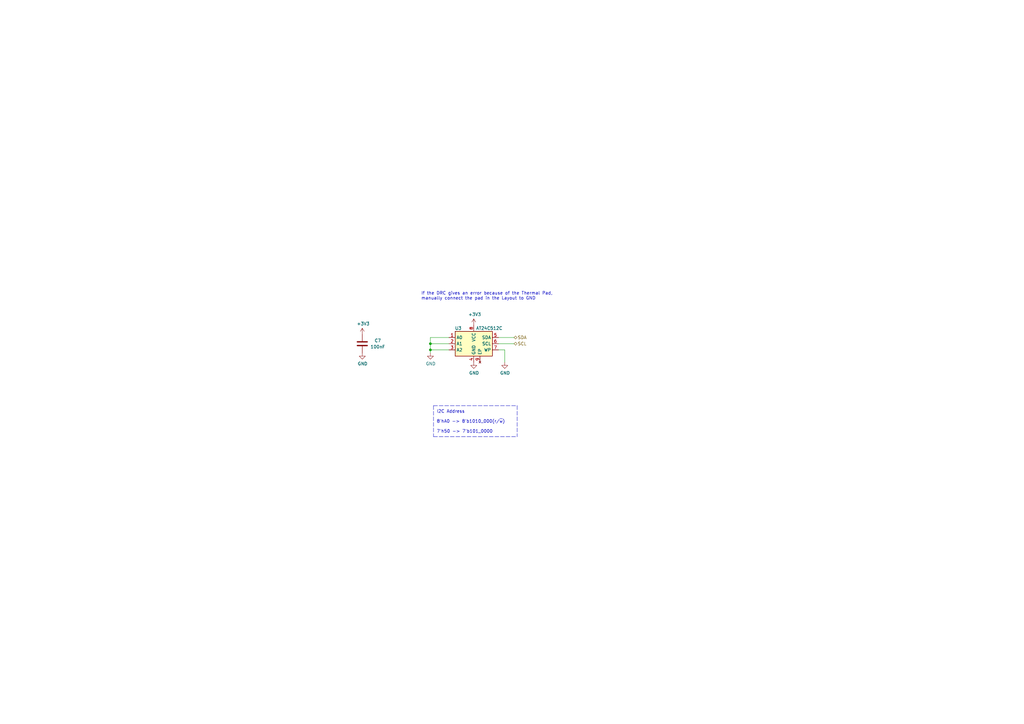
<source format=kicad_sch>
(kicad_sch (version 20211123) (generator eeschema)
  (paper "A3")
  (title_block (title "RTM_Template") (date "2022-09-07") (rev "1.0") (company "Karlsruhe Institute of Technology (KIT)") (comment 1 "Institute for Data Processing and Electronics (IPE)") (comment 2 "Carsten Schmerbeck") (comment 3 "Luis Ardila") (comment 4 "Licensed under CERN-OHL-P v2"))
  (lib_symbols
    (symbol "Device:C" (pin_numbers hide) (pin_names (offset 0.254))
      (property "Reference" "C" (at 0.635 2.54 0))
      (property "Value" "C" (at 0.635 -2.54 0))
      (symbol "C_0_1"
        (polyline (pts (xy -2.032 -0.762) (xy 2.032 -0.762)) (stroke (width 0.508)))
        (polyline (pts (xy -2.032 0.762) (xy 2.032 0.762)) (stroke (width 0.508)))
      )
      (symbol "C_1_1"
        (pin passive line (at 0 3.81 270) (length 2.794) (name "~") (number "1"))
        (pin passive line (at 0 -3.81 90) (length 2.794) (name "~") (number "2"))
      )
    )
    (symbol "KIT_Memory:AT24CS64-MAHM"
      (property "Reference" "U24" (at -6.35 6.35 0))
      (property "Value" "AT24CS64-MAHM" (at 6.35 6.35 0))
      (symbol "AT24CS64-MAHM_1_1"
        (rectangle (start -7.62 5.08) (end 7.62 -5.08) (stroke (width 0.254)) (fill (type background)))
        (pin input line (at -10.16 2.54 0) (length 2.54) (name "A0") (number "1"))
        (pin input line (at -10.16 0 0) (length 2.54) (name "A1") (number "2"))
        (pin input line (at -10.16 -2.54 0) (length 2.54) (name "A2") (number "3"))
        (pin power_in line (at 0 -7.62 90) (length 2.54) (name "GND") (number "4"))
        (pin bidirectional line (at 10.16 2.54 180) (length 2.54) (name "SDA") (number "5"))
        (pin input line (at 10.16 0 180) (length 2.54) (name "SCL") (number "6"))
        (pin input line (at 10.16 -2.54 180) (length 2.54) (name "WP") (number "7"))
        (pin power_in line (at 0 7.62 270) (length 2.54) (name "VCC") (number "8"))
        (pin no_connect line (at 2.54 -7.62 90) (length 2.54) (name "EP") (number "9"))
      )
    )
    (symbol "power:+3V3" (power) (pin_names (offset 0))
      (property "Value" "+3V3" (at 0 3.556 0))
      (symbol "+3V3_0_1"
        (polyline (pts (xy -0.762 1.27) (xy 0 2.54)))
        (polyline (pts (xy 0 0) (xy 0 2.54)))
        (polyline (pts (xy 0 2.54) (xy 0.762 1.27)))
      )
      (symbol "+3V3_1_1"
        (pin power_in line (at 0 0 90) (length 0) hide (name "+3V3") (number "1"))
      )
    )
    (symbol "power:GND" (power) (pin_names (offset 0))
      (property "Value" "GND" (at 0 -3.81 0))
      (symbol "GND_0_1"
        (polyline (pts (xy 0 0) (xy 0 -1.27) (xy 1.27 -1.27) (xy 0 -2.54) (xy -1.27 -1.27) (xy 0 -1.27)))
      )
      (symbol "GND_1_1"
        (pin power_in line (at 0 0 270) (length 0) hide (name "GND") (number "1"))
      )
    )
  )
  (junction (at 176.53 143.51))
  (junction (at 176.53 140.97))
  (wire (pts (xy 207.01 143.51) (xy 204.47 143.51)))
  (wire (pts (xy 176.53 138.43) (xy 184.15 138.43)))
  (polyline (pts (xy 177.8 166.37) (xy 212.09 166.37)))
  (wire (pts (xy 176.53 143.51) (xy 176.53 140.97)))
  (wire (pts (xy 210.82 138.43) (xy 204.47 138.43)))
  (wire (pts (xy 176.53 140.97) (xy 176.53 138.43)))
  (wire (pts (xy 176.53 144.78) (xy 176.53 143.51)))
  (wire (pts (xy 207.01 148.59) (xy 207.01 143.51)))
  (wire (pts (xy 210.82 140.97) (xy 204.47 140.97)))
  (polyline (pts (xy 177.8 179.07) (xy 212.09 179.07)))
  (polyline (pts (xy 177.8 166.37) (xy 177.8 179.07)))
  (polyline (pts (xy 212.09 166.37) (xy 212.09 179.07)))
  (wire (pts (xy 184.15 140.97) (xy 176.53 140.97)))
  (wire (pts (xy 176.53 143.51) (xy 184.15 143.51)))
  (text "I2C Address \n\n8'hA0 -> 8'b1010_000(r/~{w})\n\n7'h50 -> 7'b101_0000\n" (at 179.07 177.8 0) (effects (font (size 1.27 1.27)) (justify left bottom)))
  (text "If the DRC gives an error because of the Thermal Pad,\nmanually connect the pad in the Layout to GND" (at 172.72 123.19 0) (effects (font (size 1.27 1.27)) (justify left bottom)))
  (hierarchical_label "SCL" (shape bidirectional) (at 210.82 140.97 0))
  (hierarchical_label "SDA" (shape bidirectional) (at 210.82 138.43 0))
  (symbol (lib_id "power:GND") (at 176.53 144.78 0) (unit 1)
    (property "Reference" "#PWR028" (effects hide))
    (property "Value" "GND" (at 176.657 149.1742 0))
  )
  (symbol (lib_id "power:GND") (at 148.59 144.78 0) (unit 1)
    (property "Reference" "#PWR027" (effects hide))
    (property "Value" "GND" (at 148.717 149.1742 0))
  )
  (symbol (lib_id "power:+3V3") (at 148.59 137.16 0) (unit 1)
    (property "Reference" "#PWR026" (effects hide))
    (property "Value" "+3V3" (at 148.971 132.7658 0))
  )
  (symbol (lib_id "power:GND") (at 207.01 148.59 0) (unit 1)
    (property "Reference" "#PWR031" (effects hide))
    (property "Value" "GND" (at 207.137 152.9842 0))
  )
  (symbol (lib_id "power:GND") (at 194.31 148.59 0) (unit 1)
    (property "Reference" "#PWR030" (effects hide))
    (property "Value" "GND" (at 194.437 152.9842 0))
  )
  (symbol (lib_id "power:+3V3") (at 194.31 133.35 0) (unit 1)
    (property "Reference" "#PWR029" (effects hide))
    (property "Value" "+3V3" (at 194.691 128.9558 0))
  )
  (symbol (lib_id "Device:C") (at 148.59 140.97 0) (mirror y) (unit 1)
    (property "Reference" "C7" (at 154.94 139.7 0))
    (property "Value" "100nF" (at 154.94 142.24 0))
    (property "Footprint" "Capacitor_SMD:C_0402_1005Metric" (effects hide))
    (property "stock" "AVT-IPE" (effects hide))
  )
  (symbol (lib_id "KIT_Memory:AT24CS64-MAHM") (at 194.31 140.97 0) (unit 1)
    (property "Reference" "U3" (at 187.96 134.62 0))
    (property "Value" "AT24C512C" (at 200.66 134.62 0))
    (property "Footprint" "Package_DFN_QFN:DFN-8-1EP_3x2mm_P0.5mm_EP1.3x1.5mm" (effects hide))
    (property "Datasheet" "http://ww1.microchip.com/downloads/en/DeviceDoc/Atmel-8870-SEEPROM-AT24CS64-Datasheet.pdf" (effects hide))
    (property "manf" "Microchip Technology" (effects hide))
    (property "manf#" "AT24C512C-MAHM-T" (effects hide))
    (property "digikey#" "AT24C512C-MAHM-TCT-ND" (effects hide))
    (property "stock" "Order from Microchip.com" (effects hide))
  )
)
</source>
